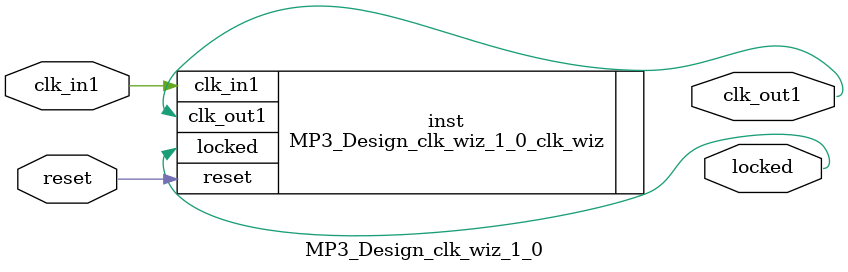
<source format=v>


`timescale 1ps/1ps

(* CORE_GENERATION_INFO = "MP3_Design_clk_wiz_1_0,clk_wiz_v5_3_0,{component_name=MP3_Design_clk_wiz_1_0,use_phase_alignment=true,use_min_o_jitter=false,use_max_i_jitter=false,use_dyn_phase_shift=false,use_inclk_switchover=false,use_dyn_reconfig=false,enable_axi=0,feedback_source=FDBK_AUTO,PRIMITIVE=MMCM,num_out_clk=1,clkin1_period=10.0,clkin2_period=10.0,use_power_down=false,use_reset=true,use_locked=true,use_inclk_stopped=false,feedback_type=SINGLE,CLOCK_MGR_TYPE=NA,manual_override=false}" *)

module MP3_Design_clk_wiz_1_0 
 (
 // Clock in ports
  input         clk_in1,
  // Clock out ports
  output        clk_out1,
  // Status and control signals
  input         reset,
  output        locked
 );

  MP3_Design_clk_wiz_1_0_clk_wiz inst
  (
 // Clock in ports
  .clk_in1(clk_in1),
  // Clock out ports  
  .clk_out1(clk_out1),
  // Status and control signals               
  .reset(reset), 
  .locked(locked)            
  );

endmodule

</source>
